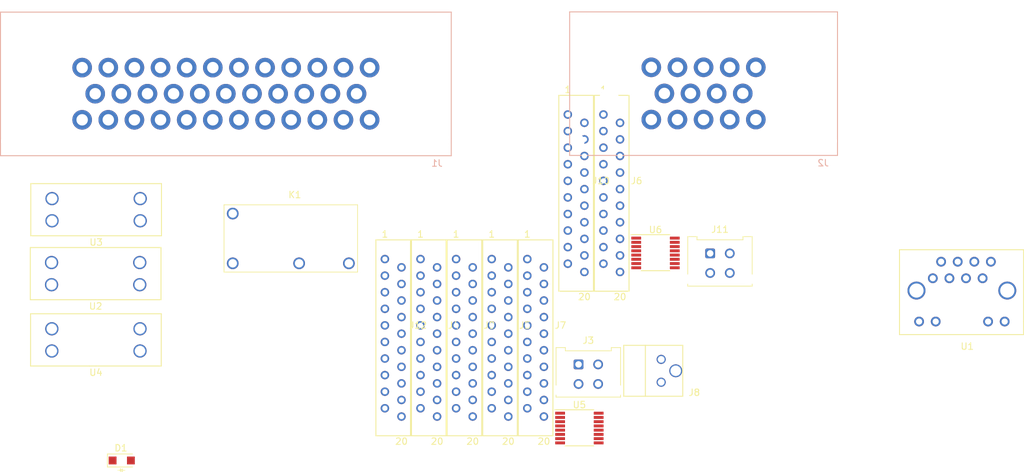
<source format=kicad_pcb>
(kicad_pcb (version 20171130) (host pcbnew 5.0.2-bee76a0~70~ubuntu18.04.1)

  (general
    (thickness 1.6)
    (drawings 0)
    (tracks 0)
    (zones 0)
    (modules 20)
    (nets 51)
  )

  (page A4)
  (layers
    (0 F.Cu signal)
    (1 In1.Cu signal)
    (2 In2.Cu signal)
    (31 B.Cu signal)
    (32 B.Adhes user)
    (33 F.Adhes user)
    (34 B.Paste user)
    (35 F.Paste user)
    (36 B.SilkS user)
    (37 F.SilkS user)
    (38 B.Mask user)
    (39 F.Mask user)
    (40 Dwgs.User user)
    (41 Cmts.User user)
    (42 Eco1.User user)
    (43 Eco2.User user)
    (44 Edge.Cuts user)
    (45 Margin user)
    (46 B.CrtYd user)
    (47 F.CrtYd user)
    (48 B.Fab user)
    (49 F.Fab user)
  )

  (setup
    (last_trace_width 0.25)
    (trace_clearance 0.2)
    (zone_clearance 0.508)
    (zone_45_only no)
    (trace_min 0.2)
    (segment_width 0.2)
    (edge_width 0.15)
    (via_size 0.8)
    (via_drill 0.4)
    (via_min_size 0.4)
    (via_min_drill 0.3)
    (uvia_size 0.3)
    (uvia_drill 0.1)
    (uvias_allowed no)
    (uvia_min_size 0.2)
    (uvia_min_drill 0.1)
    (pcb_text_width 0.3)
    (pcb_text_size 1.5 1.5)
    (mod_edge_width 0.15)
    (mod_text_size 1 1)
    (mod_text_width 0.15)
    (pad_size 1.524 1.524)
    (pad_drill 0.762)
    (pad_to_mask_clearance 0.051)
    (solder_mask_min_width 0.25)
    (aux_axis_origin 0 0)
    (visible_elements FFFFFF7F)
    (pcbplotparams
      (layerselection 0x010fc_ffffffff)
      (usegerberextensions false)
      (usegerberattributes false)
      (usegerberadvancedattributes false)
      (creategerberjobfile false)
      (excludeedgelayer true)
      (linewidth 0.100000)
      (plotframeref false)
      (viasonmask false)
      (mode 1)
      (useauxorigin false)
      (hpglpennumber 1)
      (hpglpenspeed 20)
      (hpglpendiameter 15.000000)
      (psnegative false)
      (psa4output false)
      (plotreference true)
      (plotvalue true)
      (plotinvisibletext false)
      (padsonsilk false)
      (subtractmaskfromsilk false)
      (outputformat 1)
      (mirror false)
      (drillshape 1)
      (scaleselection 1)
      (outputdirectory ""))
  )

  (net 0 "")
  (net 1 "/BSPD RELAY LSD")
  (net 2 /12V)
  (net 3 "/E-STOP-R > BSPD")
  (net 4 "/FUSE > E-STOP-L")
  (net 5 "/CAN HIGH")
  (net 6 "/CAN LOW")
  (net 7 GND)
  (net 8 "/BSPD TEST SWITCH")
  (net 9 /5V)
  (net 10 "/BSPD > IS")
  (net 11 "/BSPD CURRENT SENSE")
  (net 12 "/COOLING PUMP LSD")
  (net 13 "/BRAKE PRESSURE +")
  (net 14 "/BRAKELIGHT LSD")
  (net 15 "/BRAKE PRESSURE SENSE")
  (net 16 "/BRAKE PRESSURE -")
  (net 17 "/RADIATOR TEMP -")
  (net 18 "/MC TEMP -")
  (net 19 "/MOTOR TEMP -")
  (net 20 "/RADIATOR TEMP +")
  (net 21 "/MC TEMP +")
  (net 22 "/MOTOR TEMP +")
  (net 23 /MOSI)
  (net 24 /RESET)
  (net 25 /MISO)
  (net 26 /SCK)
  (net 27 "/RJ45 LED G")
  (net 28 "/RJ45 LED O")
  (net 29 "/BATTERY +")
  (net 30 /12V_Cooling)
  (net 31 "/EXTRA TEMP 3 +")
  (net 32 "/EXTRA TEMP 2 -")
  (net 33 "/EXTRA TEMP 1 -")
  (net 34 "/EXTRA TEMP 2 +")
  (net 35 "/EXTRA TEMP 1 +")
  (net 36 "/EXTRA TEMP 3 -")
  (net 37 "/EXTRA TEMP 4 -")
  (net 38 "/EXTRA TEMP 4 +")
  (net 39 /5V_GLV)
  (net 40 /SDA_GLV)
  (net 41 /SCL_GLV)
  (net 42 /MISO_GLV)
  (net 43 /MOSI_GLV)
  (net 44 /SCK_GLV)
  (net 45 /CS_GLV)
  (net 46 /12V_Fused)
  (net 47 /12V_Cooling_Fused)
  (net 48 "Net-(U5-Pad13)")
  (net 49 /ALERT_GLV)
  (net 50 "Net-(U6-Pad13)")

  (net_class Default "This is the default net class."
    (clearance 0.2)
    (trace_width 0.25)
    (via_dia 0.8)
    (via_drill 0.4)
    (uvia_dia 0.3)
    (uvia_drill 0.1)
    (add_net /12V)
    (add_net /12V_Cooling)
    (add_net /12V_Cooling_Fused)
    (add_net /12V_Fused)
    (add_net /5V)
    (add_net /5V_GLV)
    (add_net /ALERT_GLV)
    (add_net "/BATTERY +")
    (add_net "/BRAKE PRESSURE +")
    (add_net "/BRAKE PRESSURE -")
    (add_net "/BRAKE PRESSURE SENSE")
    (add_net "/BRAKELIGHT LSD")
    (add_net "/BSPD > IS")
    (add_net "/BSPD CURRENT SENSE")
    (add_net "/BSPD RELAY LSD")
    (add_net "/BSPD TEST SWITCH")
    (add_net "/CAN HIGH")
    (add_net "/CAN LOW")
    (add_net "/COOLING PUMP LSD")
    (add_net /CS_GLV)
    (add_net "/E-STOP-R > BSPD")
    (add_net "/EXTRA TEMP 1 +")
    (add_net "/EXTRA TEMP 1 -")
    (add_net "/EXTRA TEMP 2 +")
    (add_net "/EXTRA TEMP 2 -")
    (add_net "/EXTRA TEMP 3 +")
    (add_net "/EXTRA TEMP 3 -")
    (add_net "/EXTRA TEMP 4 +")
    (add_net "/EXTRA TEMP 4 -")
    (add_net "/FUSE > E-STOP-L")
    (add_net "/MC TEMP +")
    (add_net "/MC TEMP -")
    (add_net /MISO)
    (add_net /MISO_GLV)
    (add_net /MOSI)
    (add_net /MOSI_GLV)
    (add_net "/MOTOR TEMP +")
    (add_net "/MOTOR TEMP -")
    (add_net "/RADIATOR TEMP +")
    (add_net "/RADIATOR TEMP -")
    (add_net /RESET)
    (add_net "/RJ45 LED G")
    (add_net "/RJ45 LED O")
    (add_net /SCK)
    (add_net /SCK_GLV)
    (add_net /SCL_GLV)
    (add_net /SDA_GLV)
    (add_net GND)
    (add_net "Net-(U5-Pad13)")
    (add_net "Net-(U6-Pad13)")
  )

  (module footprints:D_SOD-123W_OEM (layer F.Cu) (tedit 5C16A992) (tstamp 5DF12894)
    (at 36.175581 87.736901)
    (descr D_SOD-123F)
    (tags D_SOD-123F)
    (path /5DD244FE)
    (attr smd)
    (fp_text reference D1 (at -0.127 -1.905) (layer F.SilkS)
      (effects (font (size 1 1) (thickness 0.15)))
    )
    (fp_text value SS110LW (at -0.25 2.1) (layer F.Fab) hide
      (effects (font (size 1 1) (thickness 0.25)))
    )
    (fp_line (start 0.1 1.5) (end 0.5 1.5) (layer F.SilkS) (width 0.1))
    (fp_line (start -0.2 1.5) (end 0.1 1.3) (layer F.SilkS) (width 0.1))
    (fp_line (start 0.1 1.3) (end 0.1 1.7) (layer F.SilkS) (width 0.1))
    (fp_line (start 0.1 1.7) (end -0.2 1.5) (layer F.SilkS) (width 0.1))
    (fp_line (start -0.6 1.5) (end -0.2 1.5) (layer F.SilkS) (width 0.1))
    (fp_line (start -0.2 1.5) (end -0.2 1.25) (layer F.SilkS) (width 0.1))
    (fp_line (start -0.2 1.25) (end -0.2 1.75) (layer F.SilkS) (width 0.1))
    (fp_text user %R (at -0.127 -1.905) (layer F.Fab) hide
      (effects (font (size 1 1) (thickness 0.15)))
    )
    (fp_line (start -2.2 -1) (end -2.2 1) (layer F.SilkS) (width 0.12))
    (fp_line (start 0.25 0) (end 0.75 0) (layer F.Fab) (width 0.1))
    (fp_line (start 0.25 0.4) (end -0.35 0) (layer F.Fab) (width 0.1))
    (fp_line (start 0.25 -0.4) (end 0.25 0.4) (layer F.Fab) (width 0.1))
    (fp_line (start -0.35 0) (end 0.25 -0.4) (layer F.Fab) (width 0.1))
    (fp_line (start -0.35 0) (end -0.35 0.55) (layer F.Fab) (width 0.1))
    (fp_line (start -0.35 0) (end -0.35 -0.55) (layer F.Fab) (width 0.1))
    (fp_line (start -0.75 0) (end -0.35 0) (layer F.Fab) (width 0.1))
    (fp_line (start -1.4 0.9) (end -1.4 -0.9) (layer F.Fab) (width 0.1))
    (fp_line (start 1.4 0.9) (end -1.4 0.9) (layer F.Fab) (width 0.1))
    (fp_line (start 1.4 -0.9) (end 1.4 0.9) (layer F.Fab) (width 0.1))
    (fp_line (start -1.4 -0.9) (end 1.4 -0.9) (layer F.Fab) (width 0.1))
    (fp_line (start -2.3 -1.15) (end 2.2 -1.15) (layer F.CrtYd) (width 0.05))
    (fp_line (start 2.2 -1.15) (end 2.2 1.15) (layer F.CrtYd) (width 0.05))
    (fp_line (start 2.2 1.15) (end -2.3 1.15) (layer F.CrtYd) (width 0.05))
    (fp_line (start -2.3 -1.15) (end -2.3 1.15) (layer F.CrtYd) (width 0.05))
    (fp_line (start -2.2 1) (end 1.65 1) (layer F.SilkS) (width 0.12))
    (fp_line (start -2.2 -1) (end 1.65 -1) (layer F.SilkS) (width 0.12))
    (pad 1 smd rect (at -1.4 0) (size 1.2 1.2) (layers F.Cu F.Paste F.Mask)
      (net 2 /12V))
    (pad 2 smd rect (at 1.4 0) (size 1.2 1.2) (layers F.Cu F.Paste F.Mask)
      (net 1 "/BSPD RELAY LSD"))
    (model ${LOCAL_DIR}/OEM_Preferred_Parts/3DModels/SOD-123_OEM/SOD-123.step
      (at (xyz 0 0 0))
      (scale (xyz 1 1 1))
      (rotate (xyz 0 0 0))
    )
  )

  (module footprints:Ampseal_35 (layer B.Cu) (tedit 5C8B01DC) (tstamp 5DF128C5)
    (at 80.61452 32.03702 180)
    (path /5DCF1E80)
    (fp_text reference J1 (at -3.81 -10.16 180) (layer B.SilkS)
      (effects (font (size 1 1) (thickness 0.15)) (justify mirror))
    )
    (fp_text value Ampseal_35_VT (at -1.524 13.97 180) (layer B.Fab)
      (effects (font (size 1 1) (thickness 0.15)) (justify mirror))
    )
    (fp_line (start -6 13) (end 63 13) (layer B.SilkS) (width 0.15))
    (fp_line (start 63 13) (end 63 -9) (layer B.SilkS) (width 0.15))
    (fp_line (start 63 -9) (end -6 -9) (layer B.SilkS) (width 0.15))
    (fp_line (start -6 -9) (end -6 13) (layer B.SilkS) (width 0.15))
    (pad "" np_thru_hole circle (at 57 0 180) (size 2.85 2.85) (drill 2.85) (layers *.Cu *.Mask))
    (pad "" np_thru_hole circle (at 61.7 -6.8 180) (size 2 2) (drill 2) (layers *.Cu *.Mask))
    (pad "" np_thru_hole circle (at -4.7 -6.8 180) (size 2 2) (drill 2) (layers *.Cu *.Mask))
    (pad "" np_thru_hole circle (at 60.2 11.3 180) (size 2 2) (drill 2) (layers *.Cu *.Mask))
    (pad "" np_thru_hole circle (at -3.2 11.3 180) (size 2 2) (drill 2) (layers *.Cu *.Mask))
    (pad 31 thru_hole circle (at 34.5 -3.5 180) (size 3 3) (drill 1.75) (layers *.Cu *.Mask)
      (net 2 /12V))
    (pad 25 thru_hole circle (at 10.5 -3.5 180) (size 3 3) (drill 1.75) (layers *.Cu *.Mask)
      (net 3 "/E-STOP-R > BSPD"))
    (pad 26 thru_hole circle (at 14.5 -3.5 180) (size 3 3) (drill 1.75) (layers *.Cu *.Mask)
      (net 4 "/FUSE > E-STOP-L"))
    (pad 27 thru_hole circle (at 18.5 -3.5 180) (size 3 3) (drill 1.75) (layers *.Cu *.Mask)
      (net 5 "/CAN HIGH"))
    (pad 28 thru_hole circle (at 22.5 -3.5 180) (size 3 3) (drill 1.75) (layers *.Cu *.Mask)
      (net 6 "/CAN LOW"))
    (pad 29 thru_hole circle (at 26.5 -3.5 180) (size 3 3) (drill 1.75) (layers *.Cu *.Mask)
      (net 2 /12V))
    (pad 30 thru_hole circle (at 30.5 -3.5 180) (size 3 3) (drill 1.75) (layers *.Cu *.Mask)
      (net 30 /12V_Cooling))
    (pad 14 thru_hole circle (at 12.5 0.5 180) (size 3 3) (drill 1.75) (layers *.Cu *.Mask)
      (net 6 "/CAN LOW"))
    (pad 15 thru_hole circle (at 16.5 0.5 180) (size 3 3) (drill 1.75) (layers *.Cu *.Mask)
      (net 2 /12V))
    (pad 17 thru_hole circle (at 24.5 0.5 180) (size 3 3) (drill 1.75) (layers *.Cu *.Mask)
      (net 7 GND))
    (pad 16 thru_hole circle (at 20.5 0.5 180) (size 3 3) (drill 1.75) (layers *.Cu *.Mask)
      (net 7 GND))
    (pad 18 thru_hole circle (at 28.5 0.5 180) (size 3 3) (drill 1.75) (layers *.Cu *.Mask)
      (net 8 "/BSPD TEST SWITCH"))
    (pad 19 thru_hole circle (at 32.5 0.5 180) (size 3 3) (drill 1.75) (layers *.Cu *.Mask)
      (net 9 /5V))
    (pad 7 thru_hole circle (at 30.5 4.5 180) (size 3 3) (drill 1.75) (layers *.Cu *.Mask)
      (net 31 "/EXTRA TEMP 3 +"))
    (pad 6 thru_hole circle (at 26.5 4.5 180) (size 3 3) (drill 1.75) (layers *.Cu *.Mask)
      (net 32 "/EXTRA TEMP 2 -"))
    (pad 4 thru_hole circle (at 18.5 4.5 180) (size 3 3) (drill 1.75) (layers *.Cu *.Mask)
      (net 33 "/EXTRA TEMP 1 -"))
    (pad 5 thru_hole circle (at 22.5 4.5 180) (size 3 3) (drill 1.75) (layers *.Cu *.Mask)
      (net 34 "/EXTRA TEMP 2 +"))
    (pad 3 thru_hole circle (at 14.5 4.5 180) (size 3 3) (drill 1.75) (layers *.Cu *.Mask)
      (net 35 "/EXTRA TEMP 1 +"))
    (pad 2 thru_hole circle (at 10.5 4.5 180) (size 3 3) (drill 1.75) (layers *.Cu *.Mask)
      (net 2 /12V))
    (pad 24 thru_hole circle (at 6.5 -3.5 180) (size 3 3) (drill 1.75) (layers *.Cu *.Mask)
      (net 10 "/BSPD > IS"))
    (pad 13 thru_hole circle (at 8.5 0.5 180) (size 3 3) (drill 1.75) (layers *.Cu *.Mask)
      (net 5 "/CAN HIGH"))
    (pad 1 thru_hole circle (at 6.5 4.5 180) (size 3 3) (drill 1.75) (layers *.Cu *.Mask)
      (net 7 GND))
    (pad "" np_thru_hole circle (at 0 0 180) (size 2.85 2.85) (drill 2.85) (layers *.Cu *.Mask))
    (pad 8 thru_hole circle (at 34.5 4.5 180) (size 3 3) (drill 1.75) (layers *.Cu *.Mask)
      (net 36 "/EXTRA TEMP 3 -"))
    (pad 20 thru_hole circle (at 36.5 0.5 180) (size 3 3) (drill 1.75) (layers *.Cu *.Mask)
      (net 11 "/BSPD CURRENT SENSE"))
    (pad 32 thru_hole circle (at 38.5 -3.5 180) (size 3 3) (drill 1.75) (layers *.Cu *.Mask)
      (net 12 "/COOLING PUMP LSD"))
    (pad 9 thru_hole circle (at 38.5 4.5 180) (size 3 3) (drill 1.75) (layers *.Cu *.Mask)
      (net 2 /12V))
    (pad 33 thru_hole circle (at 42.5 -3.5 180) (size 3 3) (drill 1.75) (layers *.Cu *.Mask)
      (net 13 "/BRAKE PRESSURE +"))
    (pad 21 thru_hole circle (at 40.5 0.5 180) (size 3 3) (drill 1.75) (layers *.Cu *.Mask)
      (net 5 "/CAN HIGH"))
    (pad 10 thru_hole circle (at 42.5 4.5 180) (size 3 3) (drill 1.75) (layers *.Cu *.Mask)
      (net 14 "/BRAKELIGHT LSD"))
    (pad 34 thru_hole circle (at 46.5 -3.5 180) (size 3 3) (drill 1.75) (layers *.Cu *.Mask)
      (net 15 "/BRAKE PRESSURE SENSE"))
    (pad 22 thru_hole circle (at 44.5 0.5 180) (size 3 3) (drill 1.75) (layers *.Cu *.Mask)
      (net 6 "/CAN LOW"))
    (pad 11 thru_hole circle (at 46.5 4.5 180) (size 3 3) (drill 1.75) (layers *.Cu *.Mask)
      (net 2 /12V))
    (pad 35 thru_hole circle (at 50.5 -3.5 180) (size 3 3) (drill 1.75) (layers *.Cu *.Mask)
      (net 16 "/BRAKE PRESSURE -"))
    (pad 23 thru_hole circle (at 48.5 0.5 180) (size 3 3) (drill 1.75) (layers *.Cu *.Mask)
      (net 7 GND))
    (pad 12 thru_hole circle (at 50.5 4.5 180) (size 3 3) (drill 1.75) (layers *.Cu *.Mask)
      (net 7 GND))
    (model ${LOCAL_DIR}/OEM_Preferred_Parts/3DModels/Ampseal-35/C-1-776231-4.step
      (at (xyz 0 0 0))
      (scale (xyz 1 1 1))
      (rotate (xyz 0 0 0))
    )
  )

  (module footprints:Ampseal_14 (layer B.Cu) (tedit 5C8B01FC) (tstamp 5DF128E1)
    (at 139.73556 31.99638 180)
    (path /5DCF20B5)
    (fp_text reference J2 (at -3.81 -10.16 180) (layer B.SilkS)
      (effects (font (size 1 1) (thickness 0.15)) (justify mirror))
    )
    (fp_text value Ampseal_14_VT (at -1.524 13.97 180) (layer B.Fab)
      (effects (font (size 1 1) (thickness 0.15)) (justify mirror))
    )
    (fp_line (start -6 13) (end 35 13) (layer B.SilkS) (width 0.15))
    (fp_line (start 35 13) (end 35 -9) (layer B.SilkS) (width 0.15))
    (fp_line (start 35 -9) (end -6 -9) (layer B.SilkS) (width 0.15))
    (fp_line (start -6 -9) (end -6 13) (layer B.SilkS) (width 0.15))
    (pad "" np_thru_hole circle (at 28.95 0 180) (size 2.85 2.85) (drill 2.85) (layers *.Cu *.Mask))
    (pad "" np_thru_hole circle (at 33.7 -6.8 180) (size 2 2) (drill 2) (layers *.Cu *.Mask))
    (pad "" np_thru_hole circle (at -4.7 -6.8 180) (size 2 2) (drill 2) (layers *.Cu *.Mask))
    (pad "" np_thru_hole circle (at 32.2 11.3 180) (size 2 2) (drill 2) (layers *.Cu *.Mask))
    (pad "" np_thru_hole circle (at -3.2 11.3 180) (size 2 2) (drill 2) (layers *.Cu *.Mask))
    (pad 11 thru_hole circle (at 10.5 -3.5 180) (size 3 3) (drill 1.75) (layers *.Cu *.Mask)
      (net 6 "/CAN LOW"))
    (pad 12 thru_hole circle (at 14.5 -3.5 180) (size 3 3) (drill 1.75) (layers *.Cu *.Mask)
      (net 7 GND))
    (pad 13 thru_hole circle (at 18.5 -3.5 180) (size 3 3) (drill 1.75) (layers *.Cu *.Mask)
      (net 2 /12V))
    (pad 14 thru_hole circle (at 22.5 -3.5 180) (size 3 3) (drill 1.75) (layers *.Cu *.Mask)
      (net 7 GND))
    (pad 7 thru_hole circle (at 12.5 0.5 180) (size 3 3) (drill 1.75) (layers *.Cu *.Mask)
      (net 18 "/MC TEMP -"))
    (pad 8 thru_hole circle (at 16.5 0.5 180) (size 3 3) (drill 1.75) (layers *.Cu *.Mask)
      (net 20 "/RADIATOR TEMP +"))
    (pad 9 thru_hole circle (at 20.5 0.5 180) (size 3 3) (drill 1.75) (layers *.Cu *.Mask)
      (net 17 "/RADIATOR TEMP -"))
    (pad 4 thru_hole circle (at 18.5 4.5 180) (size 3 3) (drill 1.75) (layers *.Cu *.Mask)
      (net 37 "/EXTRA TEMP 4 -"))
    (pad 5 thru_hole circle (at 22.5 4.5 180) (size 3 3) (drill 1.75) (layers *.Cu *.Mask)
      (net 7 GND))
    (pad 3 thru_hole circle (at 14.5 4.5 180) (size 3 3) (drill 1.75) (layers *.Cu *.Mask)
      (net 38 "/EXTRA TEMP 4 +"))
    (pad 2 thru_hole circle (at 10.5 4.5 180) (size 3 3) (drill 1.75) (layers *.Cu *.Mask)
      (net 19 "/MOTOR TEMP -"))
    (pad 10 thru_hole circle (at 6.5 -3.5 180) (size 3 3) (drill 1.75) (layers *.Cu *.Mask)
      (net 5 "/CAN HIGH"))
    (pad 6 thru_hole circle (at 8.5 0.5 180) (size 3 3) (drill 1.75) (layers *.Cu *.Mask)
      (net 21 "/MC TEMP +"))
    (pad 1 thru_hole circle (at 6.5 4.5 180) (size 3 3) (drill 1.75) (layers *.Cu *.Mask)
      (net 22 "/MOTOR TEMP +"))
    (pad "" np_thru_hole circle (at 0 0 180) (size 2.85 2.85) (drill 2.85) (layers *.Cu *.Mask))
    (model ${LOCAL_DIR}/OEM_Preferred_Parts/3DModels/Ampseal-14/AmpSeal-14.step
      (at (xyz 0 0 0))
      (scale (xyz 1 1 1))
      (rotate (xyz 0 0 0))
    )
  )

  (module footprints:MicroFit_VT_4 (layer F.Cu) (tedit 5DCE2749) (tstamp 5DF12909)
    (at 106.095581 73.016901)
    (descr "Molex Micro-Fit 3.0 Connector System, 43045-0412 (compatible alternatives: 43045-0413, 43045-0424), 2 Pins per row (http://www.molex.com/pdm_docs/sd/430450212_sd.pdf), generated with kicad-footprint-generator")
    (tags "connector Molex Micro-Fit_3.0 side entry")
    (path /5DCF3278)
    (fp_text reference J3 (at 1.5 -3.67) (layer F.SilkS)
      (effects (font (size 1 1) (thickness 0.15)))
    )
    (fp_text value MicroFit_VT_4 (at 1.5 7.5) (layer F.Fab)
      (effects (font (size 1 1) (thickness 0.15)))
    )
    (fp_line (start -2.125 -1.97) (end -2.125 -2.47) (layer F.Fab) (width 0.1))
    (fp_line (start -2.125 -2.47) (end -3.325 -2.47) (layer F.Fab) (width 0.1))
    (fp_line (start -3.325 -2.47) (end -3.325 4.9) (layer F.Fab) (width 0.1))
    (fp_line (start -3.325 4.9) (end 6.325 4.9) (layer F.Fab) (width 0.1))
    (fp_line (start 6.325 4.9) (end 6.325 -2.47) (layer F.Fab) (width 0.1))
    (fp_line (start 6.325 -2.47) (end 5.125 -2.47) (layer F.Fab) (width 0.1))
    (fp_line (start 5.125 -2.47) (end 5.125 -1.97) (layer F.Fab) (width 0.1))
    (fp_line (start 5.125 -1.97) (end -2.125 -1.97) (layer F.Fab) (width 0.1))
    (fp_line (start -3.325 -1.34) (end -2.125 -1.97) (layer F.Fab) (width 0.1))
    (fp_line (start 6.325 -1.34) (end 5.125 -1.97) (layer F.Fab) (width 0.1))
    (fp_line (start 0.8 4.9) (end 0.8 6.3) (layer F.Fab) (width 0.1))
    (fp_line (start 0.8 6.3) (end 2.2 6.3) (layer F.Fab) (width 0.1))
    (fp_line (start 2.2 6.3) (end 2.2 4.9) (layer F.Fab) (width 0.1))
    (fp_line (start -0.5 -1.97) (end 0 -1.262893) (layer F.Fab) (width 0.1))
    (fp_line (start 0 -1.262893) (end 0.5 -1.97) (layer F.Fab) (width 0.1))
    (fp_line (start -3.435 4.7) (end -3.435 5.01) (layer F.SilkS) (width 0.12))
    (fp_line (start -3.435 5.01) (end 6.435 5.01) (layer F.SilkS) (width 0.12))
    (fp_line (start 6.435 5.01) (end 6.435 4.7) (layer F.SilkS) (width 0.12))
    (fp_line (start -3.435 3.18) (end -3.435 -2.58) (layer F.SilkS) (width 0.12))
    (fp_line (start -3.435 -2.58) (end -2.015 -2.58) (layer F.SilkS) (width 0.12))
    (fp_line (start -2.015 -2.58) (end -2.015 -2.08) (layer F.SilkS) (width 0.12))
    (fp_line (start -2.015 -2.08) (end 5.015 -2.08) (layer F.SilkS) (width 0.12))
    (fp_line (start 5.015 -2.08) (end 5.015 -2.58) (layer F.SilkS) (width 0.12))
    (fp_line (start 5.015 -2.58) (end 6.435 -2.58) (layer F.SilkS) (width 0.12))
    (fp_line (start 6.435 -2.58) (end 6.435 3.18) (layer F.SilkS) (width 0.12))
    (fp_line (start -3.82 -2.97) (end 6.82 -2.97) (layer F.CrtYd) (width 0.05))
    (fp_line (start 6.82 -2.97) (end 6.82 6.8) (layer F.CrtYd) (width 0.05))
    (fp_line (start 6.82 6.8) (end -3.82 6.8) (layer F.CrtYd) (width 0.05))
    (fp_line (start -3.82 6.8) (end -3.82 -2.97) (layer F.CrtYd) (width 0.05))
    (fp_text user %R (at 1.5 4.2) (layer F.Fab)
      (effects (font (size 1 1) (thickness 0.15)))
    )
    (pad "" np_thru_hole circle (at -3 3.94) (size 1 1) (drill 1) (layers *.Cu *.Mask))
    (pad "" np_thru_hole circle (at 6 3.94) (size 1 1) (drill 1) (layers *.Cu *.Mask))
    (pad 1 thru_hole roundrect (at 0 0) (size 1.5 1.5) (drill 1) (layers *.Cu *.Mask) (roundrect_rratio 0.166667)
      (net 7 GND))
    (pad 2 thru_hole circle (at 3 0) (size 1.5 1.5) (drill 1) (layers *.Cu *.Mask)
      (net 2 /12V))
    (pad 3 thru_hole circle (at 0 3) (size 1.5 1.5) (drill 1) (layers *.Cu *.Mask)
      (net 5 "/CAN HIGH"))
    (pad 4 thru_hole circle (at 3 3) (size 1.5 1.5) (drill 1) (layers *.Cu *.Mask)
      (net 6 "/CAN LOW"))
    (model ${KISYS3DMOD}/Connector_Molex.3dshapes/Molex_Micro-Fit_3.0_43045-0412_2x02_P3.00mm_Vertical.wrl
      (at (xyz 0 0 0))
      (scale (xyz 1 1 1))
      (rotate (xyz 0 0 0))
    )
  )

  (module footprints:micromatch_female_ra_20 (layer F.Cu) (tedit 59EE7AE1) (tstamp 5DF12927)
    (at 81.905581 61.956901)
    (path /5DCF2EBA)
    (fp_text reference J4 (at 5.08 5.08) (layer F.SilkS)
      (effects (font (size 1 1) (thickness 0.15)))
    )
    (fp_text value MM_M_VT_20 (at 6.35 0 90) (layer F.Fab) hide
      (effects (font (size 1 1) (thickness 0.15)))
    )
    (fp_line (start 3.92 21.99) (end 3.92 -8.02) (layer F.SilkS) (width 0.15))
    (fp_line (start -1.38 21.99) (end -1.38 -8.02) (layer F.SilkS) (width 0.15))
    (fp_line (start -1.38 -8.02) (end 3.92 -8.02) (layer F.SilkS) (width 0.15))
    (fp_line (start -1.38 21.99) (end 3.92 21.99) (layer F.SilkS) (width 0.15))
    (fp_text user 1 (at 0 -8.89) (layer F.SilkS)
      (effects (font (size 1 1) (thickness 0.15)))
    )
    (fp_text user 20 (at 2.54 22.86) (layer F.SilkS)
      (effects (font (size 1 1) (thickness 0.15)))
    )
    (pad 20 thru_hole circle (at 2.54 19.05) (size 1.3 1.3) (drill 0.8) (layers *.Cu *.Mask)
      (net 7 GND))
    (pad 19 thru_hole circle (at 0 17.78) (size 1.3 1.3) (drill 0.8) (layers *.Cu *.Mask)
      (net 11 "/BSPD CURRENT SENSE"))
    (pad 18 thru_hole circle (at 2.54 16.51) (size 1.3 1.3) (drill 0.8) (layers *.Cu *.Mask)
      (net 10 "/BSPD > IS"))
    (pad 17 thru_hole circle (at 0 15.24) (size 1.3 1.3) (drill 0.8) (layers *.Cu *.Mask)
      (net 1 "/BSPD RELAY LSD"))
    (pad 16 thru_hole circle (at 2.54 13.97) (size 1.3 1.3) (drill 0.8) (layers *.Cu *.Mask)
      (net 28 "/RJ45 LED O"))
    (pad 15 thru_hole circle (at 0 12.7) (size 1.3 1.3) (drill 0.8) (layers *.Cu *.Mask)
      (net 27 "/RJ45 LED G"))
    (pad 14 thru_hole circle (at 2.54 11.43) (size 1.3 1.3) (drill 0.8) (layers *.Cu *.Mask)
      (net 8 "/BSPD TEST SWITCH"))
    (pad 13 thru_hole circle (at 0 10.16) (size 1.3 1.3) (drill 0.8) (layers *.Cu *.Mask)
      (net 14 "/BRAKELIGHT LSD"))
    (pad 12 thru_hole circle (at 2.54 8.89) (size 1.3 1.3) (drill 0.8) (layers *.Cu *.Mask)
      (net 16 "/BRAKE PRESSURE -"))
    (pad 11 thru_hole circle (at 0 7.62) (size 1.3 1.3) (drill 0.8) (layers *.Cu *.Mask)
      (net 15 "/BRAKE PRESSURE SENSE"))
    (pad 10 thru_hole circle (at 2.54 6.35) (size 1.3 1.3) (drill 0.8) (layers *.Cu *.Mask)
      (net 13 "/BRAKE PRESSURE +"))
    (pad 9 thru_hole circle (at 0 5.08) (size 1.3 1.3) (drill 0.8) (layers *.Cu *.Mask)
      (net 6 "/CAN LOW"))
    (pad 8 thru_hole circle (at 2.54 3.81) (size 1.3 1.3) (drill 0.8) (layers *.Cu *.Mask)
      (net 5 "/CAN HIGH"))
    (pad 6 thru_hole circle (at 2.54 1.27) (size 1.3 1.3) (drill 0.8) (layers *.Cu *.Mask)
      (net 26 /SCK))
    (pad 4 thru_hole circle (at 2.54 -1.27) (size 1.3 1.3) (drill 0.8) (layers *.Cu *.Mask)
      (net 25 /MISO))
    (pad 2 thru_hole circle (at 2.54 -3.81) (size 1.3 1.3) (drill 0.8) (layers *.Cu *.Mask)
      (net 2 /12V))
    (pad 7 thru_hole circle (at 0 2.54) (size 1.3 1.3) (drill 0.8) (layers *.Cu *.Mask)
      (net 24 /RESET))
    (pad 1 thru_hole circle (at 0 -5.08) (size 1.3 1.3) (drill 0.8) (layers *.Cu *.Mask)
      (net 7 GND))
    (pad 3 thru_hole circle (at 0 -2.54) (size 1.3 1.3) (drill 0.8) (layers *.Cu *.Mask)
      (net 9 /5V))
    (pad 5 thru_hole circle (at 0 0) (size 1.3 1.3) (drill 0.8) (layers *.Cu *.Mask)
      (net 23 /MOSI))
  )

  (module footprints:micromatch_female_ra_20 (layer F.Cu) (tedit 59EE7AE1) (tstamp 5DF12945)
    (at 92.805581 61.956901)
    (path /5DE502F2)
    (fp_text reference J5 (at 5.08 5.08) (layer F.SilkS)
      (effects (font (size 1 1) (thickness 0.15)))
    )
    (fp_text value MM_F_RA_20 (at 6.35 0 90) (layer F.Fab) hide
      (effects (font (size 1 1) (thickness 0.15)))
    )
    (fp_text user 20 (at 2.54 22.86) (layer F.SilkS)
      (effects (font (size 1 1) (thickness 0.15)))
    )
    (fp_text user 1 (at 0 -8.89) (layer F.SilkS)
      (effects (font (size 1 1) (thickness 0.15)))
    )
    (fp_line (start -1.38 21.99) (end 3.92 21.99) (layer F.SilkS) (width 0.15))
    (fp_line (start -1.38 -8.02) (end 3.92 -8.02) (layer F.SilkS) (width 0.15))
    (fp_line (start -1.38 21.99) (end -1.38 -8.02) (layer F.SilkS) (width 0.15))
    (fp_line (start 3.92 21.99) (end 3.92 -8.02) (layer F.SilkS) (width 0.15))
    (pad 5 thru_hole circle (at 0 0) (size 1.3 1.3) (drill 0.8) (layers *.Cu *.Mask)
      (net 6 "/CAN LOW"))
    (pad 3 thru_hole circle (at 0 -2.54) (size 1.3 1.3) (drill 0.8) (layers *.Cu *.Mask)
      (net 39 /5V_GLV))
    (pad 1 thru_hole circle (at 0 -5.08) (size 1.3 1.3) (drill 0.8) (layers *.Cu *.Mask)
      (net 7 GND))
    (pad 7 thru_hole circle (at 0 2.54) (size 1.3 1.3) (drill 0.8) (layers *.Cu *.Mask)
      (net 40 /SDA_GLV))
    (pad 2 thru_hole circle (at 2.54 -3.81) (size 1.3 1.3) (drill 0.8) (layers *.Cu *.Mask)
      (net 2 /12V))
    (pad 4 thru_hole circle (at 2.54 -1.27) (size 1.3 1.3) (drill 0.8) (layers *.Cu *.Mask)
      (net 5 "/CAN HIGH"))
    (pad 6 thru_hole circle (at 2.54 1.27) (size 1.3 1.3) (drill 0.8) (layers *.Cu *.Mask)
      (net 41 /SCL_GLV))
    (pad 8 thru_hole circle (at 2.54 3.81) (size 1.3 1.3) (drill 0.8) (layers *.Cu *.Mask)
      (net 42 /MISO_GLV))
    (pad 9 thru_hole circle (at 0 5.08) (size 1.3 1.3) (drill 0.8) (layers *.Cu *.Mask)
      (net 43 /MOSI_GLV))
    (pad 10 thru_hole circle (at 2.54 6.35) (size 1.3 1.3) (drill 0.8) (layers *.Cu *.Mask)
      (net 44 /SCK_GLV))
    (pad 11 thru_hole circle (at 0 7.62) (size 1.3 1.3) (drill 0.8) (layers *.Cu *.Mask)
      (net 45 /CS_GLV))
    (pad 12 thru_hole circle (at 2.54 8.89) (size 1.3 1.3) (drill 0.8) (layers *.Cu *.Mask)
      (net 7 GND))
    (pad 13 thru_hole circle (at 0 10.16) (size 1.3 1.3) (drill 0.8) (layers *.Cu *.Mask)
      (net 7 GND))
    (pad 14 thru_hole circle (at 2.54 11.43) (size 1.3 1.3) (drill 0.8) (layers *.Cu *.Mask)
      (net 7 GND))
    (pad 15 thru_hole circle (at 0 12.7) (size 1.3 1.3) (drill 0.8) (layers *.Cu *.Mask)
      (net 7 GND))
    (pad 16 thru_hole circle (at 2.54 13.97) (size 1.3 1.3) (drill 0.8) (layers *.Cu *.Mask)
      (net 7 GND))
    (pad 17 thru_hole circle (at 0 15.24) (size 1.3 1.3) (drill 0.8) (layers *.Cu *.Mask)
      (net 7 GND))
    (pad 18 thru_hole circle (at 2.54 16.51) (size 1.3 1.3) (drill 0.8) (layers *.Cu *.Mask)
      (net 7 GND))
    (pad 19 thru_hole circle (at 0 17.78) (size 1.3 1.3) (drill 0.8) (layers *.Cu *.Mask)
      (net 7 GND))
    (pad 20 thru_hole circle (at 2.54 19.05) (size 1.3 1.3) (drill 0.8) (layers *.Cu *.Mask)
      (net 7 GND))
  )

  (module footprints:micromatch_female_ra_20 (layer F.Cu) (tedit 59EE7AE1) (tstamp 5DF12963)
    (at 109.905581 39.806901)
    (path /5DCF30BA)
    (fp_text reference J6 (at 5.08 5.08) (layer F.SilkS)
      (effects (font (size 1 1) (thickness 0.15)))
    )
    (fp_text value MM_M_VT_20 (at 6.35 0 90) (layer F.Fab) hide
      (effects (font (size 1 1) (thickness 0.15)))
    )
    (fp_text user 20 (at 2.54 22.86) (layer F.SilkS)
      (effects (font (size 1 1) (thickness 0.15)))
    )
    (fp_text user 1 (at 0 -8.89) (layer F.SilkS)
      (effects (font (size 1 1) (thickness 0.15)))
    )
    (fp_line (start -1.38 21.99) (end 3.92 21.99) (layer F.SilkS) (width 0.15))
    (fp_line (start -1.38 -8.02) (end 3.92 -8.02) (layer F.SilkS) (width 0.15))
    (fp_line (start -1.38 21.99) (end -1.38 -8.02) (layer F.SilkS) (width 0.15))
    (fp_line (start 3.92 21.99) (end 3.92 -8.02) (layer F.SilkS) (width 0.15))
    (pad 5 thru_hole circle (at 0 0) (size 1.3 1.3) (drill 0.8) (layers *.Cu *.Mask)
      (net 12 "/COOLING PUMP LSD"))
    (pad 3 thru_hole circle (at 0 -2.54) (size 1.3 1.3) (drill 0.8) (layers *.Cu *.Mask)
      (net 5 "/CAN HIGH"))
    (pad 1 thru_hole circle (at 0 -5.08) (size 1.3 1.3) (drill 0.8) (layers *.Cu *.Mask)
      (net 7 GND))
    (pad 7 thru_hole circle (at 0 2.54) (size 1.3 1.3) (drill 0.8) (layers *.Cu *.Mask)
      (net 17 "/RADIATOR TEMP -"))
    (pad 2 thru_hole circle (at 2.54 -3.81) (size 1.3 1.3) (drill 0.8) (layers *.Cu *.Mask)
      (net 2 /12V))
    (pad 4 thru_hole circle (at 2.54 -1.27) (size 1.3 1.3) (drill 0.8) (layers *.Cu *.Mask)
      (net 6 "/CAN LOW"))
    (pad 6 thru_hole circle (at 2.54 1.27) (size 1.3 1.3) (drill 0.8) (layers *.Cu *.Mask)
      (net 20 "/RADIATOR TEMP +"))
    (pad 8 thru_hole circle (at 2.54 3.81) (size 1.3 1.3) (drill 0.8) (layers *.Cu *.Mask)
      (net 22 "/MOTOR TEMP +"))
    (pad 9 thru_hole circle (at 0 5.08) (size 1.3 1.3) (drill 0.8) (layers *.Cu *.Mask)
      (net 19 "/MOTOR TEMP -"))
    (pad 10 thru_hole circle (at 2.54 6.35) (size 1.3 1.3) (drill 0.8) (layers *.Cu *.Mask)
      (net 21 "/MC TEMP +"))
    (pad 11 thru_hole circle (at 0 7.62) (size 1.3 1.3) (drill 0.8) (layers *.Cu *.Mask)
      (net 18 "/MC TEMP -"))
    (pad 12 thru_hole circle (at 2.54 8.89) (size 1.3 1.3) (drill 0.8) (layers *.Cu *.Mask)
      (net 35 "/EXTRA TEMP 1 +"))
    (pad 13 thru_hole circle (at 0 10.16) (size 1.3 1.3) (drill 0.8) (layers *.Cu *.Mask)
      (net 33 "/EXTRA TEMP 1 -"))
    (pad 14 thru_hole circle (at 2.54 11.43) (size 1.3 1.3) (drill 0.8) (layers *.Cu *.Mask)
      (net 34 "/EXTRA TEMP 2 +"))
    (pad 15 thru_hole circle (at 0 12.7) (size 1.3 1.3) (drill 0.8) (layers *.Cu *.Mask)
      (net 32 "/EXTRA TEMP 2 -"))
    (pad 16 thru_hole circle (at 2.54 13.97) (size 1.3 1.3) (drill 0.8) (layers *.Cu *.Mask)
      (net 31 "/EXTRA TEMP 3 +"))
    (pad 17 thru_hole circle (at 0 15.24) (size 1.3 1.3) (drill 0.8) (layers *.Cu *.Mask)
      (net 36 "/EXTRA TEMP 3 -"))
    (pad 18 thru_hole circle (at 2.54 16.51) (size 1.3 1.3) (drill 0.8) (layers *.Cu *.Mask)
      (net 38 "/EXTRA TEMP 4 +"))
    (pad 19 thru_hole circle (at 0 17.78) (size 1.3 1.3) (drill 0.8) (layers *.Cu *.Mask)
      (net 37 "/EXTRA TEMP 4 -"))
    (pad 20 thru_hole circle (at 2.54 19.05) (size 1.3 1.3) (drill 0.8) (layers *.Cu *.Mask)
      (net 7 GND))
  )

  (module footprints:micromatch_female_ra_20 (layer F.Cu) (tedit 59EE7AE1) (tstamp 5DF12981)
    (at 98.255581 61.956901)
    (path /5DD2FB18)
    (fp_text reference J7 (at 5.08 5.08) (layer F.SilkS)
      (effects (font (size 1 1) (thickness 0.15)))
    )
    (fp_text value MM_M_VT_20 (at 6.35 0 90) (layer F.Fab) hide
      (effects (font (size 1 1) (thickness 0.15)))
    )
    (fp_text user 20 (at 2.54 22.86) (layer F.SilkS)
      (effects (font (size 1 1) (thickness 0.15)))
    )
    (fp_text user 1 (at 0 -8.89) (layer F.SilkS)
      (effects (font (size 1 1) (thickness 0.15)))
    )
    (fp_line (start -1.38 21.99) (end 3.92 21.99) (layer F.SilkS) (width 0.15))
    (fp_line (start -1.38 -8.02) (end 3.92 -8.02) (layer F.SilkS) (width 0.15))
    (fp_line (start -1.38 21.99) (end -1.38 -8.02) (layer F.SilkS) (width 0.15))
    (fp_line (start 3.92 21.99) (end 3.92 -8.02) (layer F.SilkS) (width 0.15))
    (pad 5 thru_hole circle (at 0 0) (size 1.3 1.3) (drill 0.8) (layers *.Cu *.Mask)
      (net 3 "/E-STOP-R > BSPD"))
    (pad 3 thru_hole circle (at 0 -2.54) (size 1.3 1.3) (drill 0.8) (layers *.Cu *.Mask)
      (net 5 "/CAN HIGH"))
    (pad 1 thru_hole circle (at 0 -5.08) (size 1.3 1.3) (drill 0.8) (layers *.Cu *.Mask)
      (net 7 GND))
    (pad 7 thru_hole circle (at 0 2.54) (size 1.3 1.3) (drill 0.8) (layers *.Cu *.Mask)
      (net 7 GND))
    (pad 2 thru_hole circle (at 2.54 -3.81) (size 1.3 1.3) (drill 0.8) (layers *.Cu *.Mask)
      (net 2 /12V))
    (pad 4 thru_hole circle (at 2.54 -1.27) (size 1.3 1.3) (drill 0.8) (layers *.Cu *.Mask)
      (net 6 "/CAN LOW"))
    (pad 6 thru_hole circle (at 2.54 1.27) (size 1.3 1.3) (drill 0.8) (layers *.Cu *.Mask)
      (net 4 "/FUSE > E-STOP-L"))
    (pad 8 thru_hole circle (at 2.54 3.81) (size 1.3 1.3) (drill 0.8) (layers *.Cu *.Mask)
      (net 7 GND))
    (pad 9 thru_hole circle (at 0 5.08) (size 1.3 1.3) (drill 0.8) (layers *.Cu *.Mask)
      (net 7 GND))
    (pad 10 thru_hole circle (at 2.54 6.35) (size 1.3 1.3) (drill 0.8) (layers *.Cu *.Mask)
      (net 7 GND))
    (pad 11 thru_hole circle (at 0 7.62) (size 1.3 1.3) (drill 0.8) (layers *.Cu *.Mask)
      (net 7 GND))
    (pad 12 thru_hole circle (at 2.54 8.89) (size 1.3 1.3) (drill 0.8) (layers *.Cu *.Mask)
      (net 7 GND))
    (pad 13 thru_hole circle (at 0 10.16) (size 1.3 1.3) (drill 0.8) (layers *.Cu *.Mask)
      (net 7 GND))
    (pad 14 thru_hole circle (at 2.54 11.43) (size 1.3 1.3) (drill 0.8) (layers *.Cu *.Mask)
      (net 7 GND))
    (pad 15 thru_hole circle (at 0 12.7) (size 1.3 1.3) (drill 0.8) (layers *.Cu *.Mask)
      (net 7 GND))
    (pad 16 thru_hole circle (at 2.54 13.97) (size 1.3 1.3) (drill 0.8) (layers *.Cu *.Mask)
      (net 7 GND))
    (pad 17 thru_hole circle (at 0 15.24) (size 1.3 1.3) (drill 0.8) (layers *.Cu *.Mask)
      (net 7 GND))
    (pad 18 thru_hole circle (at 2.54 16.51) (size 1.3 1.3) (drill 0.8) (layers *.Cu *.Mask)
      (net 7 GND))
    (pad 19 thru_hole circle (at 0 17.78) (size 1.3 1.3) (drill 0.8) (layers *.Cu *.Mask)
      (net 7 GND))
    (pad 20 thru_hole circle (at 2.54 19.05) (size 1.3 1.3) (drill 0.8) (layers *.Cu *.Mask)
      (net 7 GND))
  )

  (module footprints:Ultrafit_2 (layer F.Cu) (tedit 5C9D736E) (tstamp 5DF12994)
    (at 118.745581 72.246901)
    (path /5DDFA2B5)
    (fp_text reference J8 (at 5.08 5.08) (layer F.SilkS)
      (effects (font (size 1 1) (thickness 0.15)))
    )
    (fp_text value UF_2_VT (at 4.572 0.508 90) (layer F.Fab) hide
      (effects (font (size 1 1) (thickness 0.15)))
    )
    (fp_line (start -5.588 -2.032) (end -2.54 -2.032) (layer F.Fab) (width 0.15))
    (fp_line (start -2.54 -2.032) (end -2.54 5.588) (layer F.Fab) (width 0.15))
    (fp_line (start -2.54 5.588) (end -5.588 5.588) (layer F.Fab) (width 0.15))
    (fp_line (start -5.588 5.588) (end -5.588 -2.032) (layer F.Fab) (width 0.15))
    (fp_text user "6.55mm Clearance" (at -4.07 1.75 90) (layer F.Fab)
      (effects (font (size 0.5 0.5) (thickness 0.08)))
    )
    (fp_line (start -2.42 -2.15) (end -5.73 -2.15) (layer F.SilkS) (width 0.15))
    (fp_line (start -5.73 -2.15) (end -5.73 5.65) (layer F.SilkS) (width 0.15))
    (fp_line (start -5.73 5.65) (end -2.42 5.65) (layer F.SilkS) (width 0.15))
    (fp_line (start -2.42 5.65) (end 3.302 5.65) (layer F.SilkS) (width 0.15))
    (fp_line (start -2.42 -2.15) (end 3.302 -2.15) (layer F.SilkS) (width 0.15))
    (fp_line (start -2.42 5.65) (end -2.42 -2.15) (layer F.SilkS) (width 0.15))
    (fp_line (start 3.302 5.65) (end 3.302 -2.15) (layer F.SilkS) (width 0.15))
    (pad 2 thru_hole circle (at 0 0) (size 1.397 1.397) (drill 1.02) (layers *.Cu *.Mask)
      (net 7 GND))
    (pad 1 thru_hole circle (at 0 3.5) (size 1.397 1.397) (drill 1.02) (layers *.Cu *.Mask)
      (net 29 "/BATTERY +"))
    (pad "" thru_hole circle (at 2.23 1.75) (size 1.981 1.981) (drill 1.6) (layers *.Cu *.Mask))
    (model ${LOCAL_DIR}/OEM_Preferred_Parts/3DModels/Ultrafit-2/Ultrafit-2.step
      (at (xyz 0 0 0))
      (scale (xyz 1 1 1))
      (rotate (xyz 0 0 0))
    )
  )

  (module footprints:micromatch_female_ra_20 (layer F.Cu) (tedit 59EE7AE1) (tstamp 5DF129B2)
    (at 87.355581 61.956901)
    (path /5DD2488B)
    (fp_text reference J9 (at 5.08 5.08) (layer F.SilkS)
      (effects (font (size 1 1) (thickness 0.15)))
    )
    (fp_text value MM_M_VT_20 (at 6.35 0 90) (layer F.Fab) hide
      (effects (font (size 1 1) (thickness 0.15)))
    )
    (fp_text user 20 (at 2.54 22.86) (layer F.SilkS)
      (effects (font (size 1 1) (thickness 0.15)))
    )
    (fp_text user 1 (at 0 -8.89) (layer F.SilkS)
      (effects (font (size 1 1) (thickness 0.15)))
    )
    (fp_line (start -1.38 21.99) (end 3.92 21.99) (layer F.SilkS) (width 0.15))
    (fp_line (start -1.38 -8.02) (end 3.92 -8.02) (layer F.SilkS) (width 0.15))
    (fp_line (start -1.38 21.99) (end -1.38 -8.02) (layer F.SilkS) (width 0.15))
    (fp_line (start 3.92 21.99) (end 3.92 -8.02) (layer F.SilkS) (width 0.15))
    (pad 5 thru_hole circle (at 0 0) (size 1.3 1.3) (drill 0.8) (layers *.Cu *.Mask)
      (net 7 GND))
    (pad 3 thru_hole circle (at 0 -2.54) (size 1.3 1.3) (drill 0.8) (layers *.Cu *.Mask)
      (net 5 "/CAN HIGH"))
    (pad 1 thru_hole circle (at 0 -5.08) (size 1.3 1.3) (drill 0.8) (layers *.Cu *.Mask)
      (net 7 GND))
    (pad 7 thru_hole circle (at 0 2.54) (size 1.3 1.3) (drill 0.8) (layers *.Cu *.Mask)
      (net 7 GND))
    (pad 2 thru_hole circle (at 2.54 -3.81) (size 1.3 1.3) (drill 0.8) (layers *.Cu *.Mask)
      (net 2 /12V))
    (pad 4 thru_hole circle (at 2.54 -1.27) (size 1.3 1.3) (drill 0.8) (layers *.Cu *.Mask)
      (net 6 "/CAN LOW"))
    (pad 6 thru_hole circle (at 2.54 1.27) (size 1.3 1.3) (drill 0.8) (layers *.Cu *.Mask)
      (net 7 GND))
    (pad 8 thru_hole circle (at 2.54 3.81) (size 1.3 1.3) (drill 0.8) (layers *.Cu *.Mask)
      (net 7 GND))
    (pad 9 thru_hole circle (at 0 5.08) (size 1.3 1.3) (drill 0.8) (layers *.Cu *.Mask)
      (net 7 GND))
    (pad 10 thru_hole circle (at 2.54 6.35) (size 1.3 1.3) (drill 0.8) (layers *.Cu *.Mask)
      (net 7 GND))
    (pad 11 thru_hole circle (at 0 7.62) (size 1.3 1.3) (drill 0.8) (layers *.Cu *.Mask)
      (net 7 GND))
    (pad 12 thru_hole circle (at 2.54 8.89) (size 1.3 1.3) (drill 0.8) (layers *.Cu *.Mask)
      (net 7 GND))
    (pad 13 thru_hole circle (at 0 10.16) (size 1.3 1.3) (drill 0.8) (layers *.Cu *.Mask)
      (net 7 GND))
    (pad 14 thru_hole circle (at 2.54 11.43) (size 1.3 1.3) (drill 0.8) (layers *.Cu *.Mask)
      (net 7 GND))
    (pad 15 thru_hole circle (at 0 12.7) (size 1.3 1.3) (drill 0.8) (layers *.Cu *.Mask)
      (net 7 GND))
    (pad 16 thru_hole circle (at 2.54 13.97) (size 1.3 1.3) (drill 0.8) (layers *.Cu *.Mask)
      (net 7 GND))
    (pad 17 thru_hole circle (at 0 15.24) (size 1.3 1.3) (drill 0.8) (layers *.Cu *.Mask)
      (net 7 GND))
    (pad 18 thru_hole circle (at 2.54 16.51) (size 1.3 1.3) (drill 0.8) (layers *.Cu *.Mask)
      (net 7 GND))
    (pad 19 thru_hole circle (at 0 17.78) (size 1.3 1.3) (drill 0.8) (layers *.Cu *.Mask)
      (net 7 GND))
    (pad 20 thru_hole circle (at 2.54 19.05) (size 1.3 1.3) (drill 0.8) (layers *.Cu *.Mask)
      (net 7 GND))
  )

  (module footprints:micromatch_female_ra_20 (layer F.Cu) (tedit 59EE7AE1) (tstamp 5DF129D0)
    (at 104.455581 39.806901)
    (path /5DD2492D)
    (fp_text reference J10 (at 5.08 5.08) (layer F.SilkS)
      (effects (font (size 1 1) (thickness 0.15)))
    )
    (fp_text value MM_M_VT_20 (at 6.35 0 90) (layer F.Fab) hide
      (effects (font (size 1 1) (thickness 0.15)))
    )
    (fp_line (start 3.92 21.99) (end 3.92 -8.02) (layer F.SilkS) (width 0.15))
    (fp_line (start -1.38 21.99) (end -1.38 -8.02) (layer F.SilkS) (width 0.15))
    (fp_line (start -1.38 -8.02) (end 3.92 -8.02) (layer F.SilkS) (width 0.15))
    (fp_line (start -1.38 21.99) (end 3.92 21.99) (layer F.SilkS) (width 0.15))
    (fp_text user 1 (at 0 -8.89) (layer F.SilkS)
      (effects (font (size 1 1) (thickness 0.15)))
    )
    (fp_text user 20 (at 2.54 22.86) (layer F.SilkS)
      (effects (font (size 1 1) (thickness 0.15)))
    )
    (pad 20 thru_hole circle (at 2.54 19.05) (size 1.3 1.3) (drill 0.8) (layers *.Cu *.Mask)
      (net 7 GND))
    (pad 19 thru_hole circle (at 0 17.78) (size 1.3 1.3) (drill 0.8) (layers *.Cu *.Mask)
      (net 7 GND))
    (pad 18 thru_hole circle (at 2.54 16.51) (size 1.3 1.3) (drill 0.8) (layers *.Cu *.Mask)
      (net 7 GND))
    (pad 17 thru_hole circle (at 0 15.24) (size 1.3 1.3) (drill 0.8) (layers *.Cu *.Mask)
      (net 7 GND))
    (pad 16 thru_hole circle (at 2.54 13.97) (size 1.3 1.3) (drill 0.8) (layers *.Cu *.Mask)
      (net 7 GND))
    (pad 15 thru_hole circle (at 0 12.7) (size 1.3 1.3) (drill 0.8) (layers *.Cu *.Mask)
      (net 7 GND))
    (pad 14 thru_hole circle (at 2.54 11.43) (size 1.3 1.3) (drill 0.8) (layers *.Cu *.Mask)
      (net 7 GND))
    (pad 13 thru_hole circle (at 0 10.16) (size 1.3 1.3) (drill 0.8) (layers *.Cu *.Mask)
      (net 7 GND))
    (pad 12 thru_hole circle (at 2.54 8.89) (size 1.3 1.3) (drill 0.8) (layers *.Cu *.Mask)
      (net 7 GND))
    (pad 11 thru_hole circle (at 0 7.62) (size 1.3 1.3) (drill 0.8) (layers *.Cu *.Mask)
      (net 7 GND))
    (pad 10 thru_hole circle (at 2.54 6.35) (size 1.3 1.3) (drill 0.8) (layers *.Cu *.Mask)
      (net 7 GND))
    (pad 9 thru_hole circle (at 0 5.08) (size 1.3 1.3) (drill 0.8) (layers *.Cu *.Mask)
      (net 7 GND))
    (pad 8 thru_hole circle (at 2.54 3.81) (size 1.3 1.3) (drill 0.8) (layers *.Cu *.Mask)
      (net 7 GND))
    (pad 6 thru_hole circle (at 2.54 1.27) (size 1.3 1.3) (drill 0.8) (layers *.Cu *.Mask)
      (net 7 GND))
    (pad 4 thru_hole circle (at 2.54 -1.27) (size 1.3 1.3) (drill 0.8) (layers *.Cu *.Mask)
      (net 6 "/CAN LOW"))
    (pad 2 thru_hole circle (at 2.54 -3.81) (size 1.3 1.3) (drill 0.8) (layers *.Cu *.Mask)
      (net 2 /12V))
    (pad 7 thru_hole circle (at 0 2.54) (size 1.3 1.3) (drill 0.8) (layers *.Cu *.Mask)
      (net 7 GND))
    (pad 1 thru_hole circle (at 0 -5.08) (size 1.3 1.3) (drill 0.8) (layers *.Cu *.Mask)
      (net 7 GND))
    (pad 3 thru_hole circle (at 0 -2.54) (size 1.3 1.3) (drill 0.8) (layers *.Cu *.Mask)
      (net 5 "/CAN HIGH"))
    (pad 5 thru_hole circle (at 0 0) (size 1.3 1.3) (drill 0.8) (layers *.Cu *.Mask)
      (net 7 GND))
  )

  (module footprints:MicroFit_VT_4 (layer F.Cu) (tedit 5DCE2749) (tstamp 5DF129F8)
    (at 126.245581 56.006901)
    (descr "Molex Micro-Fit 3.0 Connector System, 43045-0412 (compatible alternatives: 43045-0413, 43045-0424), 2 Pins per row (http://www.molex.com/pdm_docs/sd/430450212_sd.pdf), generated with kicad-footprint-generator")
    (tags "connector Molex Micro-Fit_3.0 side entry")
    (path /5DDEC071)
    (fp_text reference J11 (at 1.5 -3.67) (layer F.SilkS)
      (effects (font (size 1 1) (thickness 0.15)))
    )
    (fp_text value MicroFit_VT_4 (at 1.5 7.5) (layer F.Fab)
      (effects (font (size 1 1) (thickness 0.15)))
    )
    (fp_text user %R (at 1.5 4.2) (layer F.Fab)
      (effects (font (size 1 1) (thickness 0.15)))
    )
    (fp_line (start -3.82 6.8) (end -3.82 -2.97) (layer F.CrtYd) (width 0.05))
    (fp_line (start 6.82 6.8) (end -3.82 6.8) (layer F.CrtYd) (width 0.05))
    (fp_line (start 6.82 -2.97) (end 6.82 6.8) (layer F.CrtYd) (width 0.05))
    (fp_line (start -3.82 -2.97) (end 6.82 -2.97) (layer F.CrtYd) (width 0.05))
    (fp_line (start 6.435 -2.58) (end 6.435 3.18) (layer F.SilkS) (width 0.12))
    (fp_line (start 5.015 -2.58) (end 6.435 -2.58) (layer F.SilkS) (width 0.12))
    (fp_line (start 5.015 -2.08) (end 5.015 -2.58) (layer F.SilkS) (width 0.12))
    (fp_line (start -2.015 -2.08) (end 5.015 -2.08) (layer F.SilkS) (width 0.12))
    (fp_line (start -2.015 -2.58) (end -2.015 -2.08) (layer F.SilkS) (width 0.12))
    (fp_line (start -3.435 -2.58) (end -2.015 -2.58) (layer F.SilkS) (width 0.12))
    (fp_line (start -3.435 3.18) (end -3.435 -2.58) (layer F.SilkS) (width 0.12))
    (fp_line (start 6.435 5.01) (end 6.435 4.7) (layer F.SilkS) (width 0.12))
    (fp_line (start -3.435 5.01) (end 6.435 5.01) (layer F.SilkS) (width 0.12))
    (fp_line (start -3.435 4.7) (end -3.435 5.01) (layer F.SilkS) (width 0.12))
    (fp_line (start 0 -1.262893) (end 0.5 -1.97) (layer F.Fab) (width 0.1))
    (fp_line (start -0.5 -1.97) (end 0 -1.262893) (layer F.Fab) (width 0.1))
    (fp_line (start 2.2 6.3) (end 2.2 4.9) (layer F.Fab) (width 0.1))
    (fp_line (start 0.8 6.3) (end 2.2 6.3) (layer F.Fab) (width 0.1))
    (fp_line (start 0.8 4.9) (end 0.8 6.3) (layer F.Fab) (width 0.1))
    (fp_line (start 6.325 -1.34) (end 5.125 -1.97) (layer F.Fab) (width 0.1))
    (fp_line (start -3.325 -1.34) (end -2.125 -1.97) (layer F.Fab) (width 0.1))
    (fp_line (start 5.125 -1.97) (end -2.125 -1.97) (layer F.Fab) (width 0.1))
    (fp_line (start 5.125 -2.47) (end 5.125 -1.97) (layer F.Fab) (width 0.1))
    (fp_line (start 6.325 -2.47) (end 5.125 -2.47) (layer F.Fab) (width 0.1))
    (fp_line (start 6.325 4.9) (end 6.325 -2.47) (layer F.Fab) (width 0.1))
    (fp_line (start -3.325 4.9) (end 6.325 4.9) (layer F.Fab) (width 0.1))
    (fp_line (start -3.325 -2.47) (end -3.325 4.9) (layer F.Fab) (width 0.1))
    (fp_line (start -2.125 -2.47) (end -3.325 -2.47) (layer F.Fab) (width 0.1))
    (fp_line (start -2.125 -1.97) (end -2.125 -2.47) (layer F.Fab) (width 0.1))
    (pad 4 thru_hole circle (at 3 3) (size 1.5 1.5) (drill 1) (layers *.Cu *.Mask)
      (net 6 "/CAN LOW"))
    (pad 3 thru_hole circle (at 0 3) (size 1.5 1.5) (drill 1) (layers *.Cu *.Mask)
      (net 5 "/CAN HIGH"))
    (pad 2 thru_hole circle (at 3 0) (size 1.5 1.5) (drill 1) (layers *.Cu *.Mask)
      (net 7 GND))
    (pad 1 thru_hole roundrect (at 0 0) (size 1.5 1.5) (drill 1) (layers *.Cu *.Mask) (roundrect_rratio 0.166667)
      (net 2 /12V))
    (pad "" np_thru_hole circle (at 6 3.94) (size 1 1) (drill 1) (layers *.Cu *.Mask))
    (pad "" np_thru_hole circle (at -3 3.94) (size 1 1) (drill 1) (layers *.Cu *.Mask))
    (model ${KISYS3DMOD}/Connector_Molex.3dshapes/Molex_Micro-Fit_3.0_43045-0412_2x02_P3.00mm_Vertical.wrl
      (at (xyz 0 0 0))
      (scale (xyz 1 1 1))
      (rotate (xyz 0 0 0))
    )
  )

  (module footprints:micromatch_female_ra_20 (layer F.Cu) (tedit 59EE7AE1) (tstamp 5DF12A16)
    (at 76.455581 61.956901)
    (path /5DE272AA)
    (fp_text reference J12 (at 5.08 5.08) (layer F.SilkS)
      (effects (font (size 1 1) (thickness 0.15)))
    )
    (fp_text value MM_F_RA_20 (at 6.35 0 90) (layer F.Fab) hide
      (effects (font (size 1 1) (thickness 0.15)))
    )
    (fp_line (start 3.92 21.99) (end 3.92 -8.02) (layer F.SilkS) (width 0.15))
    (fp_line (start -1.38 21.99) (end -1.38 -8.02) (layer F.SilkS) (width 0.15))
    (fp_line (start -1.38 -8.02) (end 3.92 -8.02) (layer F.SilkS) (width 0.15))
    (fp_line (start -1.38 21.99) (end 3.92 21.99) (layer F.SilkS) (width 0.15))
    (fp_text user 1 (at 0 -8.89) (layer F.SilkS)
      (effects (font (size 1 1) (thickness 0.15)))
    )
    (fp_text user 20 (at 2.54 22.86) (layer F.SilkS)
      (effects (font (size 1 1) (thickness 0.15)))
    )
    (pad 20 thru_hole circle (at 2.54 19.05) (size 1.3 1.3) (drill 0.8) (layers *.Cu *.Mask)
      (net 7 GND))
    (pad 19 thru_hole circle (at 0 17.78) (size 1.3 1.3) (drill 0.8) (layers *.Cu *.Mask)
      (net 7 GND))
    (pad 18 thru_hole circle (at 2.54 16.51) (size 1.3 1.3) (drill 0.8) (layers *.Cu *.Mask)
      (net 7 GND))
    (pad 17 thru_hole circle (at 0 15.24) (size 1.3 1.3) (drill 0.8) (layers *.Cu *.Mask)
      (net 7 GND))
    (pad 16 thru_hole circle (at 2.54 13.97) (size 1.3 1.3) (drill 0.8) (layers *.Cu *.Mask)
      (net 7 GND))
    (pad 15 thru_hole circle (at 0 12.7) (size 1.3 1.3) (drill 0.8) (layers *.Cu *.Mask)
      (net 7 GND))
    (pad 14 thru_hole circle (at 2.54 11.43) (size 1.3 1.3) (drill 0.8) (layers *.Cu *.Mask)
      (net 7 GND))
    (pad 13 thru_hole circle (at 0 10.16) (size 1.3 1.3) (drill 0.8) (layers *.Cu *.Mask)
      (net 7 GND))
    (pad 12 thru_hole circle (at 2.54 8.89) (size 1.3 1.3) (drill 0.8) (layers *.Cu *.Mask)
      (net 7 GND))
    (pad 11 thru_hole circle (at 0 7.62) (size 1.3 1.3) (drill 0.8) (layers *.Cu *.Mask)
      (net 7 GND))
    (pad 10 thru_hole circle (at 2.54 6.35) (size 1.3 1.3) (drill 0.8) (layers *.Cu *.Mask)
      (net 45 /CS_GLV))
    (pad 9 thru_hole circle (at 0 5.08) (size 1.3 1.3) (drill 0.8) (layers *.Cu *.Mask)
      (net 44 /SCK_GLV))
    (pad 8 thru_hole circle (at 2.54 3.81) (size 1.3 1.3) (drill 0.8) (layers *.Cu *.Mask)
      (net 43 /MOSI_GLV))
    (pad 6 thru_hole circle (at 2.54 1.27) (size 1.3 1.3) (drill 0.8) (layers *.Cu *.Mask)
      (net 40 /SDA_GLV))
    (pad 4 thru_hole circle (at 2.54 -1.27) (size 1.3 1.3) (drill 0.8) (layers *.Cu *.Mask)
      (net 6 "/CAN LOW"))
    (pad 2 thru_hole circle (at 2.54 -3.81) (size 1.3 1.3) (drill 0.8) (layers *.Cu *.Mask)
      (net 2 /12V))
    (pad 7 thru_hole circle (at 0 2.54) (size 1.3 1.3) (drill 0.8) (layers *.Cu *.Mask)
      (net 42 /MISO_GLV))
    (pad 1 thru_hole circle (at 0 -5.08) (size 1.3 1.3) (drill 0.8) (layers *.Cu *.Mask)
      (net 7 GND))
    (pad 3 thru_hole circle (at 0 -2.54) (size 1.3 1.3) (drill 0.8) (layers *.Cu *.Mask)
      (net 5 "/CAN HIGH"))
    (pad 5 thru_hole circle (at 0 0) (size 1.3 1.3) (drill 0.8) (layers *.Cu *.Mask)
      (net 41 /SCL_GLV))
  )

  (module footprints:Relay_SPST_OMRON-G5Q-1A4_OEM (layer F.Cu) (tedit 5C9D72AF) (tstamp 5DF12A3C)
    (at 53.16474 57.52592)
    (descr "Relay SPST-NO Omron Serie G5Q")
    (tags "Relay SPST-NO Omron Serie G5Q")
    (path /5DD236A4)
    (fp_text reference K1 (at 9.5 -10.5 180) (layer F.SilkS)
      (effects (font (size 1 1) (thickness 0.15)))
    )
    (fp_text value G5Q-1A4-DC5-5V (at 8.8 3) (layer F.Fab) hide
      (effects (font (size 1 1) (thickness 0.15)))
    )
    (fp_text user %R (at 9.6 -4.5) (layer F.Fab) hide
      (effects (font (size 1 1) (thickness 0.15)))
    )
    (fp_line (start 0 -1) (end 0 -6.5) (layer F.Fab) (width 0.1))
    (fp_line (start 18.96 -8.81) (end 18.96 1.19) (layer F.Fab) (width 0.1))
    (fp_line (start 18.96 1.19) (end -1.18 1.19) (layer F.Fab) (width 0.1))
    (fp_line (start -1.18 1.19) (end -1.18 -8.81) (layer F.Fab) (width 0.1))
    (fp_line (start -1.18 -8.81) (end 18.96 -8.81) (layer F.Fab) (width 0.1))
    (fp_line (start -1.45 -9.05) (end 19.2 -9.05) (layer F.CrtYd) (width 0.05))
    (fp_line (start 19.2 -9.05) (end 19.2 1.45) (layer F.CrtYd) (width 0.05))
    (fp_line (start 19.2 1.45) (end -1.45 1.45) (layer F.CrtYd) (width 0.05))
    (fp_line (start -1.45 1.45) (end -1.45 -9.05) (layer F.CrtYd) (width 0.05))
    (fp_line (start 15.24 -3.81) (end 18.03 -5.21) (layer F.Fab) (width 0.12))
    (fp_line (start 17.78 -1.27) (end 17.78 -2.54) (layer F.Fab) (width 0.12))
    (fp_line (start 10.16 -1.27) (end 10.16 -3.81) (layer F.Fab) (width 0.12))
    (fp_line (start 10.16 -3.81) (end 15.24 -3.81) (layer F.Fab) (width 0.12))
    (fp_line (start 2.03 -3.05) (end 3.05 -4.06) (layer F.Fab) (width 0.12))
    (fp_line (start 2.54 -7.62) (end 1.27 -7.62) (layer F.Fab) (width 0.12))
    (fp_line (start 2.54 -4.83) (end 2.54 -7.62) (layer F.Fab) (width 0.12))
    (fp_line (start 2.54 0) (end 2.54 -2.29) (layer F.Fab) (width 0.12))
    (fp_line (start 1.27 0) (end 2.54 0) (layer F.Fab) (width 0.12))
    (fp_line (start 2.54 -2.29) (end 2.03 -2.29) (layer F.Fab) (width 0.12))
    (fp_line (start 2.03 -2.29) (end 2.03 -4.83) (layer F.Fab) (width 0.12))
    (fp_line (start 2.03 -4.83) (end 2.54 -4.83) (layer F.Fab) (width 0.12))
    (fp_line (start 2.54 -4.83) (end 3.05 -4.83) (layer F.Fab) (width 0.12))
    (fp_line (start 3.05 -4.83) (end 3.05 -2.29) (layer F.Fab) (width 0.12))
    (fp_line (start 3.05 -2.29) (end 2.54 -2.29) (layer F.Fab) (width 0.12))
    (fp_line (start -1.33 1.34) (end 19.11 1.34) (layer F.SilkS) (width 0.12))
    (fp_line (start 19.11 1.34) (end 19.11 -8.96) (layer F.SilkS) (width 0.12))
    (fp_line (start -1.33 1.34) (end -1.33 -8.96) (layer F.SilkS) (width 0.12))
    (fp_line (start -1.33 -8.96) (end 19.11 -8.96) (layer F.SilkS) (width 0.12))
    (fp_circle (center 15.24 -3.81) (end 15.24 -3.68) (layer F.Fab) (width 0.12))
    (pad 1 thru_hole circle (at 0 0 180) (size 1.8 1.8) (drill 1.3) (layers *.Cu *.Mask)
      (net 1 "/BSPD RELAY LSD"))
    (pad 2 thru_hole circle (at 10.16 0 180) (size 1.8 1.8) (drill 1.3) (layers *.Cu *.Mask)
      (net 10 "/BSPD > IS"))
    (pad 3 thru_hole circle (at 17.78 0 180) (size 1.8 1.8) (drill 1.3) (layers *.Cu *.Mask)
      (net 3 "/E-STOP-R > BSPD"))
    (pad 5 thru_hole circle (at 0 -7.62 180) (size 1.8 1.8) (drill 1.3) (layers *.Cu *.Mask)
      (net 2 /12V))
    (model ${LOCAL_DIR}/OEM_Preferred_Parts/3DModels/G5Q_OEM/G5Q.step
      (at (xyz 0 0 0))
      (scale (xyz 1 1 1))
      (rotate (xyz 0 0 0))
    )
  )

  (module footprints:RJ45-Vertical (layer F.Cu) (tedit 5C8B020C) (tstamp 5DF12A53)
    (at 158.22676 66.44894)
    (path /5DCF22D8)
    (fp_text reference U1 (at 7.366 3.81) (layer F.SilkS)
      (effects (font (size 1 1) (thickness 0.15)))
    )
    (fp_text value RJ45_VT (at 6.4516 -13.0048) (layer F.Fab)
      (effects (font (size 1 1) (thickness 0.15)))
    )
    (fp_line (start 16 2) (end 16 0) (layer F.SilkS) (width 0.15))
    (fp_line (start -3 2) (end 16 2) (layer F.SilkS) (width 0.15))
    (fp_line (start -3 -11) (end -3 2) (layer F.SilkS) (width 0.15))
    (fp_line (start 16 -11) (end -3 -11) (layer F.SilkS) (width 0.15))
    (fp_line (start 16 0) (end 16 -11) (layer F.SilkS) (width 0.15))
    (pad 12 thru_hole circle (at 0 0) (size 1.5 1.5) (drill 0.95) (layers *.Cu *.Mask)
      (net 27 "/RJ45 LED G"))
    (pad 11 thru_hole circle (at 2.54 0) (size 1.5 1.5) (drill 0.95) (layers *.Cu *.Mask)
      (net 7 GND))
    (pad 9 thru_hole circle (at 13.1 0) (size 1.5 1.5) (drill 0.95) (layers *.Cu *.Mask)
      (net 7 GND))
    (pad 10 thru_hole circle (at 10.56 0) (size 1.5 1.5) (drill 0.95) (layers *.Cu *.Mask)
      (net 28 "/RJ45 LED O"))
    (pad 1 thru_hole circle (at 2.1 -6.63) (size 1.5 1.5) (drill 0.95) (layers *.Cu *.Mask)
      (net 6 "/CAN LOW"))
    (pad 3 thru_hole circle (at 4.64 -6.63) (size 1.5 1.5) (drill 0.95) (layers *.Cu *.Mask)
      (net 24 /RESET))
    (pad 5 thru_hole circle (at 7.18 -6.63) (size 1.5 1.5) (drill 0.95) (layers *.Cu *.Mask)
      (net 25 /MISO))
    (pad 7 thru_hole circle (at 9.72 -6.63) (size 1.5 1.5) (drill 0.95) (layers *.Cu *.Mask)
      (net 9 /5V))
    (pad 2 thru_hole circle (at 3.37 -9.17) (size 1.5 1.5) (drill 0.95) (layers *.Cu *.Mask)
      (net 5 "/CAN HIGH"))
    (pad 4 thru_hole circle (at 5.91 -9.17) (size 1.5 1.5) (drill 0.95) (layers *.Cu *.Mask)
      (net 26 /SCK))
    (pad 6 thru_hole circle (at 8.45 -9.17) (size 1.5 1.5) (drill 0.95) (layers *.Cu *.Mask F.Paste)
      (net 23 /MOSI))
    (pad 8 thru_hole circle (at 10.99 -9.17) (size 1.5 1.5) (drill 0.95) (layers *.Cu *.Mask)
      (net 7 GND))
    (pad 13 thru_hole circle (at -0.4 -4.75) (size 2.75 2.75) (drill 2.18) (layers *.Cu *.Mask)
      (net 7 GND))
    (pad 14 thru_hole circle (at 13.5 -4.75) (size 2.75 2.75) (drill 2.18) (layers *.Cu *.Mask)
      (net 7 GND))
    (model ${LOCAL_DIR}/OEM_Preferred_Parts/3DModels/rj45-vert/rj45-vert.step
      (at (xyz 0 0 0))
      (scale (xyz 1 1 1))
      (rotate (xyz 0 0 0))
    )
  )

  (module footprints:Fuse_Block_Holder (layer F.Cu) (tedit 5C870CA7) (tstamp 5DF12A61)
    (at 32.1818 59.10834)
    (path /5DD22CED)
    (fp_text reference U2 (at 0 5) (layer F.SilkS)
      (effects (font (size 1 1) (thickness 0.15)))
    )
    (fp_text value Fuse_Holder_Blade (at 0 -5) (layer F.Fab)
      (effects (font (size 1 1) (thickness 0.15)))
    )
    (fp_line (start 0 4) (end 10 4) (layer F.SilkS) (width 0.15))
    (fp_line (start 10 4) (end 10 -4) (layer F.SilkS) (width 0.15))
    (fp_line (start 10 -4) (end -10 -4) (layer F.SilkS) (width 0.15))
    (fp_line (start -10 -4) (end -10 4) (layer F.SilkS) (width 0.15))
    (fp_line (start -10 4) (end -1 4) (layer F.SilkS) (width 0.15))
    (fp_line (start -1 4) (end 0 4) (layer F.SilkS) (width 0.15))
    (pad 1 thru_hole circle (at -6.75 1.7) (size 2.032 2.032) (drill 1.6002) (layers *.Cu *.Mask)
      (net 29 "/BATTERY +"))
    (pad 1 thru_hole circle (at -6.75 -1.7 90) (size 2.032 2.032) (drill 1.6002) (layers *.Cu *.Mask)
      (net 29 "/BATTERY +"))
    (pad 2 thru_hole circle (at 6.75 -1.7) (size 2.032 2.032) (drill 1.6002) (layers *.Cu *.Mask)
      (net 46 /12V_Fused))
    (pad 2 thru_hole circle (at 6.75 1.7) (size 2.032 2.032) (drill 1.6002) (layers *.Cu *.Mask)
      (net 46 /12V_Fused))
    (model ${LOCAL_DIR}/OEM_Preferred_Parts/3DModels/fuse_block_3557_2/Fuse_3557-2.step
      (offset (xyz 0 -0.3809999942779541 3.809999942779541))
      (scale (xyz 1 1 1))
      (rotate (xyz -90 0 0))
    )
  )

  (module footprints:Fuse_Block_Holder (layer F.Cu) (tedit 5C870CA7) (tstamp 5DF12A6F)
    (at 32.25292 49.31156)
    (path /5DD23405)
    (fp_text reference U3 (at 0 5) (layer F.SilkS)
      (effects (font (size 1 1) (thickness 0.15)))
    )
    (fp_text value Fuse_Holder_Blade (at 0 -5) (layer F.Fab)
      (effects (font (size 1 1) (thickness 0.15)))
    )
    (fp_line (start -1 4) (end 0 4) (layer F.SilkS) (width 0.15))
    (fp_line (start -10 4) (end -1 4) (layer F.SilkS) (width 0.15))
    (fp_line (start -10 -4) (end -10 4) (layer F.SilkS) (width 0.15))
    (fp_line (start 10 -4) (end -10 -4) (layer F.SilkS) (width 0.15))
    (fp_line (start 10 4) (end 10 -4) (layer F.SilkS) (width 0.15))
    (fp_line (start 0 4) (end 10 4) (layer F.SilkS) (width 0.15))
    (pad 2 thru_hole circle (at 6.75 1.7) (size 2.032 2.032) (drill 1.6002) (layers *.Cu *.Mask)
      (net 4 "/FUSE > E-STOP-L"))
    (pad 2 thru_hole circle (at 6.75 -1.7) (size 2.032 2.032) (drill 1.6002) (layers *.Cu *.Mask)
      (net 4 "/FUSE > E-STOP-L"))
    (pad 1 thru_hole circle (at -6.75 -1.7 90) (size 2.032 2.032) (drill 1.6002) (layers *.Cu *.Mask)
      (net 29 "/BATTERY +"))
    (pad 1 thru_hole circle (at -6.75 1.7) (size 2.032 2.032) (drill 1.6002) (layers *.Cu *.Mask)
      (net 29 "/BATTERY +"))
    (model ${LOCAL_DIR}/OEM_Preferred_Parts/3DModels/fuse_block_3557_2/Fuse_3557-2.step
      (offset (xyz 0 -0.3809999942779541 3.809999942779541))
      (scale (xyz 1 1 1))
      (rotate (xyz -90 0 0))
    )
  )

  (module footprints:Fuse_Block_Holder (layer F.Cu) (tedit 5C870CA7) (tstamp 5DF12A7D)
    (at 32.22244 69.26072)
    (path /5DE372EC)
    (fp_text reference U4 (at 0 5) (layer F.SilkS)
      (effects (font (size 1 1) (thickness 0.15)))
    )
    (fp_text value Fuse_Holder_Blade (at 0 -5) (layer F.Fab)
      (effects (font (size 1 1) (thickness 0.15)))
    )
    (fp_line (start 0 4) (end 10 4) (layer F.SilkS) (width 0.15))
    (fp_line (start 10 4) (end 10 -4) (layer F.SilkS) (width 0.15))
    (fp_line (start 10 -4) (end -10 -4) (layer F.SilkS) (width 0.15))
    (fp_line (start -10 -4) (end -10 4) (layer F.SilkS) (width 0.15))
    (fp_line (start -10 4) (end -1 4) (layer F.SilkS) (width 0.15))
    (fp_line (start -1 4) (end 0 4) (layer F.SilkS) (width 0.15))
    (pad 1 thru_hole circle (at -6.75 1.7) (size 2.032 2.032) (drill 1.6002) (layers *.Cu *.Mask)
      (net 2 /12V))
    (pad 1 thru_hole circle (at -6.75 -1.7 90) (size 2.032 2.032) (drill 1.6002) (layers *.Cu *.Mask)
      (net 2 /12V))
    (pad 2 thru_hole circle (at 6.75 -1.7) (size 2.032 2.032) (drill 1.6002) (layers *.Cu *.Mask)
      (net 47 /12V_Cooling_Fused))
    (pad 2 thru_hole circle (at 6.75 1.7) (size 2.032 2.032) (drill 1.6002) (layers *.Cu *.Mask)
      (net 47 /12V_Cooling_Fused))
    (model ${LOCAL_DIR}/OEM_Preferred_Parts/3DModels/fuse_block_3557_2/Fuse_3557-2.step
      (offset (xyz 0 -0.3809999942779541 3.809999942779541))
      (scale (xyz 1 1 1))
      (rotate (xyz -90 0 0))
    )
  )

  (module Package_SO:TSSOP-16_4.4x5mm_P0.65mm (layer F.Cu) (tedit 5A02F25C) (tstamp 5DF12A9D)
    (at 106.225581 82.766901)
    (descr "16-Lead Plastic Thin Shrink Small Outline (ST)-4.4 mm Body [TSSOP] (see Microchip Packaging Specification 00000049BS.pdf)")
    (tags "SSOP 0.65")
    (path /5DE32AE6)
    (attr smd)
    (fp_text reference U5 (at 0 -3.55) (layer F.SilkS)
      (effects (font (size 1 1) (thickness 0.15)))
    )
    (fp_text value INA260 (at 0 3.55) (layer F.Fab)
      (effects (font (size 1 1) (thickness 0.15)))
    )
    (fp_text user %R (at 0 0) (layer F.Fab)
      (effects (font (size 0.8 0.8) (thickness 0.15)))
    )
    (fp_line (start -3.775 -2.8) (end 2.2 -2.8) (layer F.SilkS) (width 0.15))
    (fp_line (start -2.2 2.725) (end 2.2 2.725) (layer F.SilkS) (width 0.15))
    (fp_line (start -3.95 2.8) (end 3.95 2.8) (layer F.CrtYd) (width 0.05))
    (fp_line (start -3.95 -2.9) (end 3.95 -2.9) (layer F.CrtYd) (width 0.05))
    (fp_line (start 3.95 -2.9) (end 3.95 2.8) (layer F.CrtYd) (width 0.05))
    (fp_line (start -3.95 -2.9) (end -3.95 2.8) (layer F.CrtYd) (width 0.05))
    (fp_line (start -2.2 -1.5) (end -1.2 -2.5) (layer F.Fab) (width 0.15))
    (fp_line (start -2.2 2.5) (end -2.2 -1.5) (layer F.Fab) (width 0.15))
    (fp_line (start 2.2 2.5) (end -2.2 2.5) (layer F.Fab) (width 0.15))
    (fp_line (start 2.2 -2.5) (end 2.2 2.5) (layer F.Fab) (width 0.15))
    (fp_line (start -1.2 -2.5) (end 2.2 -2.5) (layer F.Fab) (width 0.15))
    (pad 16 smd rect (at 2.95 -2.275) (size 1.5 0.45) (layers F.Cu F.Paste F.Mask)
      (net 2 /12V))
    (pad 15 smd rect (at 2.95 -1.625) (size 1.5 0.45) (layers F.Cu F.Paste F.Mask)
      (net 2 /12V))
    (pad 14 smd rect (at 2.95 -0.975) (size 1.5 0.45) (layers F.Cu F.Paste F.Mask)
      (net 2 /12V))
    (pad 13 smd rect (at 2.95 -0.325) (size 1.5 0.45) (layers F.Cu F.Paste F.Mask)
      (net 48 "Net-(U5-Pad13)"))
    (pad 12 smd rect (at 2.95 0.325) (size 1.5 0.45) (layers F.Cu F.Paste F.Mask)
      (net 46 /12V_Fused))
    (pad 11 smd rect (at 2.95 0.975) (size 1.5 0.45) (layers F.Cu F.Paste F.Mask)
      (net 7 GND))
    (pad 10 smd rect (at 2.95 1.625) (size 1.5 0.45) (layers F.Cu F.Paste F.Mask)
      (net 39 /5V_GLV))
    (pad 9 smd rect (at 2.95 2.275) (size 1.5 0.45) (layers F.Cu F.Paste F.Mask)
      (net 41 /SCL_GLV))
    (pad 8 smd rect (at -2.95 2.275) (size 1.5 0.45) (layers F.Cu F.Paste F.Mask)
      (net 40 /SDA_GLV))
    (pad 7 smd rect (at -2.95 1.625) (size 1.5 0.45) (layers F.Cu F.Paste F.Mask)
      (net 49 /ALERT_GLV))
    (pad 6 smd rect (at -2.95 0.975) (size 1.5 0.45) (layers F.Cu F.Paste F.Mask)
      (net 7 GND))
    (pad 5 smd rect (at -2.95 0.325) (size 1.5 0.45) (layers F.Cu F.Paste F.Mask)
      (net 7 GND))
    (pad 4 smd rect (at -2.95 -0.325) (size 1.5 0.45) (layers F.Cu F.Paste F.Mask)
      (net 7 GND))
    (pad 3 smd rect (at -2.95 -0.975) (size 1.5 0.45) (layers F.Cu F.Paste F.Mask)
      (net 46 /12V_Fused))
    (pad 2 smd rect (at -2.95 -1.625) (size 1.5 0.45) (layers F.Cu F.Paste F.Mask)
      (net 46 /12V_Fused))
    (pad 1 smd rect (at -2.95 -2.275) (size 1.5 0.45) (layers F.Cu F.Paste F.Mask)
      (net 46 /12V_Fused))
    (model ${KISYS3DMOD}/Package_SO.3dshapes/TSSOP-16_4.4x5mm_P0.65mm.wrl
      (at (xyz 0 0 0))
      (scale (xyz 1 1 1))
      (rotate (xyz 0 0 0))
    )
  )

  (module Package_SO:TSSOP-16_4.4x5mm_P0.65mm (layer F.Cu) (tedit 5A02F25C) (tstamp 5DF12ABD)
    (at 117.875581 55.936901)
    (descr "16-Lead Plastic Thin Shrink Small Outline (ST)-4.4 mm Body [TSSOP] (see Microchip Packaging Specification 00000049BS.pdf)")
    (tags "SSOP 0.65")
    (path /5DEA1A67)
    (attr smd)
    (fp_text reference U6 (at 0 -3.55) (layer F.SilkS)
      (effects (font (size 1 1) (thickness 0.15)))
    )
    (fp_text value INA260 (at 0 3.55) (layer F.Fab)
      (effects (font (size 1 1) (thickness 0.15)))
    )
    (fp_line (start -1.2 -2.5) (end 2.2 -2.5) (layer F.Fab) (width 0.15))
    (fp_line (start 2.2 -2.5) (end 2.2 2.5) (layer F.Fab) (width 0.15))
    (fp_line (start 2.2 2.5) (end -2.2 2.5) (layer F.Fab) (width 0.15))
    (fp_line (start -2.2 2.5) (end -2.2 -1.5) (layer F.Fab) (width 0.15))
    (fp_line (start -2.2 -1.5) (end -1.2 -2.5) (layer F.Fab) (width 0.15))
    (fp_line (start -3.95 -2.9) (end -3.95 2.8) (layer F.CrtYd) (width 0.05))
    (fp_line (start 3.95 -2.9) (end 3.95 2.8) (layer F.CrtYd) (width 0.05))
    (fp_line (start -3.95 -2.9) (end 3.95 -2.9) (layer F.CrtYd) (width 0.05))
    (fp_line (start -3.95 2.8) (end 3.95 2.8) (layer F.CrtYd) (width 0.05))
    (fp_line (start -2.2 2.725) (end 2.2 2.725) (layer F.SilkS) (width 0.15))
    (fp_line (start -3.775 -2.8) (end 2.2 -2.8) (layer F.SilkS) (width 0.15))
    (fp_text user %R (at 0 0) (layer F.Fab)
      (effects (font (size 0.8 0.8) (thickness 0.15)))
    )
    (pad 1 smd rect (at -2.95 -2.275) (size 1.5 0.45) (layers F.Cu F.Paste F.Mask)
      (net 47 /12V_Cooling_Fused))
    (pad 2 smd rect (at -2.95 -1.625) (size 1.5 0.45) (layers F.Cu F.Paste F.Mask)
      (net 47 /12V_Cooling_Fused))
    (pad 3 smd rect (at -2.95 -0.975) (size 1.5 0.45) (layers F.Cu F.Paste F.Mask)
      (net 47 /12V_Cooling_Fused))
    (pad 4 smd rect (at -2.95 -0.325) (size 1.5 0.45) (layers F.Cu F.Paste F.Mask)
      (net 7 GND))
    (pad 5 smd rect (at -2.95 0.325) (size 1.5 0.45) (layers F.Cu F.Paste F.Mask)
      (net 39 /5V_GLV))
    (pad 6 smd rect (at -2.95 0.975) (size 1.5 0.45) (layers F.Cu F.Paste F.Mask)
      (net 7 GND))
    (pad 7 smd rect (at -2.95 1.625) (size 1.5 0.45) (layers F.Cu F.Paste F.Mask)
      (net 49 /ALERT_GLV))
    (pad 8 smd rect (at -2.95 2.275) (size 1.5 0.45) (layers F.Cu F.Paste F.Mask)
      (net 40 /SDA_GLV))
    (pad 9 smd rect (at 2.95 2.275) (size 1.5 0.45) (layers F.Cu F.Paste F.Mask)
      (net 41 /SCL_GLV))
    (pad 10 smd rect (at 2.95 1.625) (size 1.5 0.45) (layers F.Cu F.Paste F.Mask)
      (net 39 /5V_GLV))
    (pad 11 smd rect (at 2.95 0.975) (size 1.5 0.45) (layers F.Cu F.Paste F.Mask)
      (net 7 GND))
    (pad 12 smd rect (at 2.95 0.325) (size 1.5 0.45) (layers F.Cu F.Paste F.Mask)
      (net 47 /12V_Cooling_Fused))
    (pad 13 smd rect (at 2.95 -0.325) (size 1.5 0.45) (layers F.Cu F.Paste F.Mask)
      (net 50 "Net-(U6-Pad13)"))
    (pad 14 smd rect (at 2.95 -0.975) (size 1.5 0.45) (layers F.Cu F.Paste F.Mask)
      (net 30 /12V_Cooling))
    (pad 15 smd rect (at 2.95 -1.625) (size 1.5 0.45) (layers F.Cu F.Paste F.Mask)
      (net 30 /12V_Cooling))
    (pad 16 smd rect (at 2.95 -2.275) (size 1.5 0.45) (layers F.Cu F.Paste F.Mask)
      (net 30 /12V_Cooling))
    (model ${KISYS3DMOD}/Package_SO.3dshapes/TSSOP-16_4.4x5mm_P0.65mm.wrl
      (at (xyz 0 0 0))
      (scale (xyz 1 1 1))
      (rotate (xyz 0 0 0))
    )
  )

)

</source>
